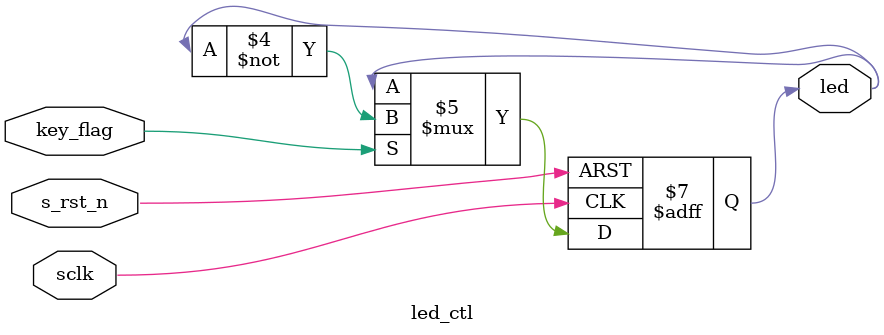
<source format=v>
module led_ctl(
    input                   sclk                    ,
    input                   s_rst_n                 ,    
    input                   key_flag                ,
    output   reg            led                     

);

always @(posedge sclk or negedge s_rst_n) begin
    if(s_rst_n == 1'b0) begin
        led <= 1'b0;
    end
    else if(key_flag == 1'b1) begin
        led <= ~led;
    end
end

endmodule
</source>
